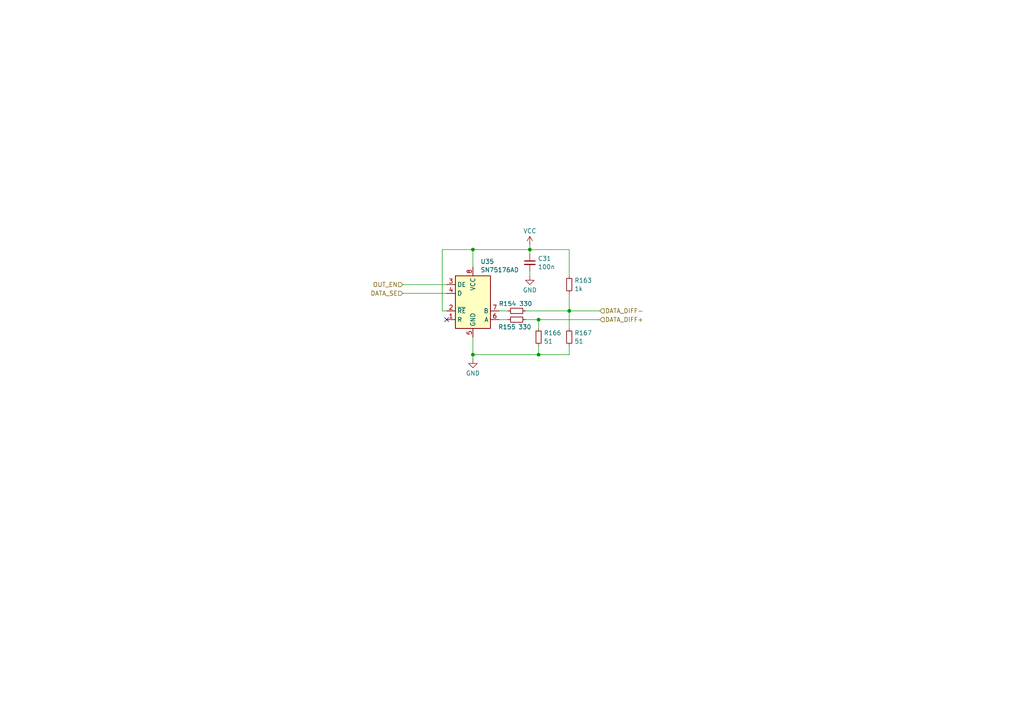
<source format=kicad_sch>
(kicad_sch (version 20230121) (generator eeschema)
  (paper "A4")
  (lib_symbols
    (symbol "Device:C_Small" (pin_numbers hide) (pin_names (offset 0.254) hide)
      (property "Reference" "C" (at 0.254 1.778 0))
      (property "Value" "C_Small" (at 0.254 -2.032 0))
      (symbol "C_Small_0_1"
        (polyline (pts (xy -1.524 -0.508) (xy 1.524 -0.508)) (stroke (width 0.3302)))
        (polyline (pts (xy -1.524 0.508) (xy 1.524 0.508)) (stroke (width 0.3048)))
      )
      (symbol "C_Small_1_1"
        (pin passive line (at 0 2.54 270) (length 2.032) (name "~") (number "1"))
        (pin passive line (at 0 -2.54 90) (length 2.032) (name "~") (number "2"))
      )
    )
    (symbol "Device:R_Small" (pin_numbers hide) (pin_names (offset 0.254) hide)
      (property "Reference" "R" (at 0.762 0.508 0))
      (property "Value" "R_Small" (at 0.762 -1.016 0))
      (symbol "R_Small_0_1"
        (rectangle (start -0.762 1.778) (end 0.762 -1.778) (stroke (width 0.2032)))
      )
      (symbol "R_Small_1_1"
        (pin passive line (at 0 2.54 270) (length 0.762) (name "~") (number "1"))
        (pin passive line (at 0 -2.54 90) (length 0.762) (name "~") (number "2"))
      )
    )
    (symbol "Interface_UART:SN75176AD"
      (property "Reference" "U" (at -4.318 8.89 0))
      (property "Value" "SN75176AD" (at 1.016 8.89 0))
      (symbol "SN75176AD_0_1"
        (rectangle (start -5.08 7.62) (end 5.08 -7.62) (stroke (width 0.254)) (fill (type background)))
      )
      (symbol "SN75176AD_1_1"
        (pin output line (at -7.62 -5.08 0) (length 2.54) (name "R") (number "1"))
        (pin input line (at -7.62 -2.54 0) (length 2.54) (name "~{RE}") (number "2"))
        (pin input line (at -7.62 5.08 0) (length 2.54) (name "DE") (number "3"))
        (pin input line (at -7.62 2.54 0) (length 2.54) (name "D") (number "4"))
        (pin power_in line (at 0 -10.16 90) (length 2.54) (name "GND") (number "5"))
        (pin bidirectional line (at 7.62 -5.08 180) (length 2.54) (name "A") (number "6"))
        (pin bidirectional line (at 7.62 -2.54 180) (length 2.54) (name "B") (number "7"))
        (pin power_in line (at 0 10.16 270) (length 2.54) (name "VCC") (number "8"))
      )
    )
    (symbol "power:GND" (power) (pin_names (offset 0))
      (property "Value" "GND" (at 0 -3.81 0))
      (symbol "GND_0_1"
        (polyline (pts (xy 0 0) (xy 0 -1.27) (xy 1.27 -1.27) (xy 0 -2.54) (xy -1.27 -1.27) (xy 0 -1.27)))
      )
      (symbol "GND_1_1"
        (pin power_in line (at 0 0 270) (length 0) hide (name "GND") (number "1"))
      )
    )
    (symbol "power:VCC" (power) (pin_names (offset 0))
      (property "Value" "VCC" (at 0 3.81 0))
      (symbol "VCC_0_1"
        (polyline (pts (xy -0.762 1.27) (xy 0 2.54)))
        (polyline (pts (xy 0 0) (xy 0 2.54)))
        (polyline (pts (xy 0 2.54) (xy 0.762 1.27)))
      )
      (symbol "VCC_1_1"
        (pin power_in line (at 0 0 90) (length 0) hide (name "VCC") (number "1"))
      )
    )
  )
  (junction (at 153.67 72.39))
  (junction (at 137.16 72.39))
  (junction (at 156.21 102.87))
  (junction (at 165.1 90.17))
  (junction (at 156.21 92.71))
  (junction (at 137.16 102.87))
  (no_connect (at 129.54 92.71))
  (wire (pts (xy 137.16 72.39) (xy 137.16 77.47)))
  (wire (pts (xy 153.67 72.39) (xy 153.67 73.66)))
  (wire (pts (xy 153.67 72.39) (xy 165.1 72.39)))
  (wire (pts (xy 156.21 92.71) (xy 156.21 95.25)))
  (wire (pts (xy 137.16 104.14) (xy 137.16 102.87)))
  (wire (pts (xy 152.4 90.17) (xy 165.1 90.17)))
  (wire (pts (xy 165.1 90.17) (xy 165.1 95.25)))
  (wire (pts (xy 156.21 100.33) (xy 156.21 102.87)))
  (wire (pts (xy 152.4 92.71) (xy 156.21 92.71)))
  (wire (pts (xy 137.16 102.87) (xy 156.21 102.87)))
  (wire (pts (xy 128.27 90.17) (xy 129.54 90.17)))
  (wire (pts (xy 153.67 78.74) (xy 153.67 80.01)))
  (wire (pts (xy 165.1 90.17) (xy 173.99 90.17)))
  (wire (pts (xy 153.67 72.39) (xy 137.16 72.39)))
  (wire (pts (xy 116.84 82.55) (xy 129.54 82.55)))
  (wire (pts (xy 144.78 90.17) (xy 147.32 90.17)))
  (wire (pts (xy 156.21 102.87) (xy 165.1 102.87)))
  (wire (pts (xy 165.1 85.09) (xy 165.1 90.17)))
  (wire (pts (xy 156.21 92.71) (xy 173.99 92.71)))
  (wire (pts (xy 153.67 71.12) (xy 153.67 72.39)))
  (wire (pts (xy 165.1 100.33) (xy 165.1 102.87)))
  (wire (pts (xy 128.27 72.39) (xy 137.16 72.39)))
  (wire (pts (xy 116.84 85.09) (xy 129.54 85.09)))
  (wire (pts (xy 137.16 97.79) (xy 137.16 102.87)))
  (wire (pts (xy 144.78 92.71) (xy 147.32 92.71)))
  (wire (pts (xy 128.27 72.39) (xy 128.27 90.17)))
  (wire (pts (xy 165.1 72.39) (xy 165.1 80.01)))
  (hierarchical_label "OUT_EN" (shape input) (at 116.84 82.55 180))
  (hierarchical_label "DATA_DIFF-" (shape input) (at 173.99 90.17 0))
  (hierarchical_label "DATA_DIFF+" (shape input) (at 173.99 92.71 0))
  (hierarchical_label "DATA_SE" (shape input) (at 116.84 85.09 180))
  (symbol (lib_id "power:VCC") (at 153.67 71.12 0) (unit 1)
    (property "Reference" "#PWR0107" (effects hide))
    (property "Value" "VCC" (at 153.67 66.9869 0))
    (instances (project "ipibitsy" (path "" (reference "#PWR0107") (unit 1)) (path "" (reference "#PWR02401") (unit 1)) (path "" (reference "#PWR02601") (unit 1)) (path "" (reference "#PWR02501") (unit 1)) (path "" (reference "#PWR0116") (unit 1)) (path "" (reference "#PWR089") (unit 1)) (path "" (reference "#PWR0110") (unit 1)) (path "" (reference "#PWR092") (unit 1)) (path "" (reference "#PWR095") (unit 1)) (path "" (reference "#PWR098") (unit 1)) (path "" (reference "#PWR0101") (unit 1)) (path "" (reference "#PWR0104") (unit 1)) (path "" (reference "#PWR0134") (unit 1)) (path "" (reference "#PWR083") (unit 1)) (path "" (reference "#PWR087") (unit 1)) (path "" (reference "#PWR0113") (unit 1)) (path "" (reference "#PWR0122") (unit 1)) (path "" (reference "#PWR0119") (unit 1)) (path "" (reference "#PWR0125") (unit 1)) (path "" (reference "#PWR0128") (unit 1)) (path "" (reference "#PWR0131") (unit 1)) (path "" (reference "#PWR02101") (unit 1)) (path "" (reference "#PWR0134") (unit 1)) (path "" (reference "#PWR0134") (unit 1))))
  )
  (symbol (lib_id "power:GND") (at 153.67 80.01 0) (unit 1)
    (property "Reference" "#PWR0108" (effects hide))
    (property "Value" "GND" (at 153.67 84.1431 0))
    (instances (project "ipibitsy" (path "" (reference "#PWR0108") (unit 1)) (path "" (reference "#PWR02402") (unit 1)) (path "" (reference "#PWR02602") (unit 1)) (path "" (reference "#PWR02502") (unit 1)) (path "" (reference "#PWR0117") (unit 1)) (path "" (reference "#PWR090") (unit 1)) (path "" (reference "#PWR0111") (unit 1)) (path "" (reference "#PWR093") (unit 1)) (path "" (reference "#PWR096") (unit 1)) (path "" (reference "#PWR099") (unit 1)) (path "" (reference "#PWR0102") (unit 1)) (path "" (reference "#PWR0105") (unit 1)) (path "" (reference "#PWR0135") (unit 1)) (path "" (reference "#PWR084") (unit 1)) (path "" (reference "#PWR088") (unit 1)) (path "" (reference "#PWR0114") (unit 1)) (path "" (reference "#PWR0123") (unit 1)) (path "" (reference "#PWR0120") (unit 1)) (path "" (reference "#PWR0126") (unit 1)) (path "" (reference "#PWR0129") (unit 1)) (path "" (reference "#PWR0132") (unit 1)) (path "" (reference "#PWR02102") (unit 1)) (path "" (reference "#PWR0135") (unit 1)) (path "" (reference "#PWR0135") (unit 1))))
  )
  (symbol (lib_id "Device:R_Small") (at 165.1 97.79 0) (unit 1)
    (property "Reference" "R167" (at 166.5986 96.5779 0) (effects (justify left)))
    (property "Value" "51" (at 166.5986 99.0021 0) (effects (justify left)))
    (property "Footprint" "Resistor_SMD:R_0603_1608Metric_Pad0.98x0.95mm_HandSolder" (effects hide))
    (instances (project "ipibitsy" (path "" (reference "R167") (unit 1)) (path "" (reference "R2405") (unit 1)) (path "" (reference "R2605") (unit 1)) (path "" (reference "R2505") (unit 1)) (path "" (reference "R182") (unit 1)) (path "" (reference "R137") (unit 1)) (path "" (reference "R172") (unit 1)) (path "" (reference "R142") (unit 1)) (path "" (reference "R147") (unit 1)) (path "" (reference "R152") (unit 1)) (path "" (reference "R157") (unit 1)) (path "" (reference "R162") (unit 1)) (path "" (reference "R212") (unit 1)) (path "" (reference "R127") (unit 1)) (path "" (reference "R131") (unit 1)) (path "" (reference "R177") (unit 1)) (path "" (reference "R192") (unit 1)) (path "" (reference "R187") (unit 1)) (path "" (reference "R197") (unit 1)) (path "" (reference "R202") (unit 1)) (path "" (reference "R207") (unit 1)) (path "" (reference "R2105") (unit 1)) (path "" (reference "R?") (unit 1)) (path "" (reference "R?") (unit 1))))
  )
  (symbol (lib_id "power:GND") (at 137.16 104.14 0) (unit 1)
    (property "Reference" "#PWR0109" (effects hide))
    (property "Value" "GND" (at 137.16 108.2731 0))
    (instances (project "ipibitsy" (path "" (reference "#PWR0109") (unit 1)) (path "" (reference "#PWR02403") (unit 1)) (path "" (reference "#PWR02603") (unit 1)) (path "" (reference "#PWR02503") (unit 1)) (path "" (reference "#PWR0118") (unit 1)) (path "" (reference "#PWR091") (unit 1)) (path "" (reference "#PWR0112") (unit 1)) (path "" (reference "#PWR094") (unit 1)) (path "" (reference "#PWR097") (unit 1)) (path "" (reference "#PWR0100") (unit 1)) (path "" (reference "#PWR0103") (unit 1)) (path "" (reference "#PWR0106") (unit 1)) (path "" (reference "#PWR0136") (unit 1)) (path "" (reference "#PWR085") (unit 1)) (path "" (reference "#PWR086") (unit 1)) (path "" (reference "#PWR0115") (unit 1)) (path "" (reference "#PWR0124") (unit 1)) (path "" (reference "#PWR0121") (unit 1)) (path "" (reference "#PWR0127") (unit 1)) (path "" (reference "#PWR0130") (unit 1)) (path "" (reference "#PWR0133") (unit 1)) (path "" (reference "#PWR02103") (unit 1)) (path "" (reference "#PWR0136") (unit 1)) (path "" (reference "#PWR0136") (unit 1))))
  )
  (symbol (lib_id "Device:R_Small") (at 149.86 92.71 90) (unit 1)
    (property "Reference" "R155" (at 147.0597 94.8391 90))
    (property "Value" "330" (at 152.1998 94.8391 90))
    (property "Footprint" "Resistor_SMD:R_0603_1608Metric_Pad0.98x0.95mm_HandSolder" (effects hide))
    (instances (project "ipibitsy" (path "" (reference "R155") (unit 1)) (path "" (reference "R2403") (unit 1)) (path "" (reference "R2603") (unit 1)) (path "" (reference "R2503") (unit 1)) (path "" (reference "R?") (unit 1)) (path "" (reference "R210") (unit 1)) (path "" (reference "R129") (unit 1)) (path "" (reference "R125") (unit 1)) (path "" (reference "R1") (unit 1)) (path "" (reference "R135") (unit 1)) (path "" (reference "R145") (unit 1)) (path "" (reference "R150") (unit 1)) (path "" (reference "R165") (unit 1)) (path "" (reference "R180") (unit 1)) (path "" (reference "R170") (unit 1)) (path "" (reference "R140") (unit 1)) (path "" (reference "R160") (unit 1)) (path "" (reference "R175") (unit 1)) (path "" (reference "R190") (unit 1)) (path "" (reference "R185") (unit 1)) (path "" (reference "R195") (unit 1)) (path "" (reference "R200") (unit 1)) (path "" (reference "R205") (unit 1)) (path "" (reference "R2103") (unit 1)) (path "" (reference "R?") (unit 1)) (path "" (reference "R?") (unit 1))))
  )
  (symbol (lib_id "Device:C_Small") (at 153.67 76.2 0) (unit 1)
    (property "Reference" "C31" (at 155.9941 74.9942 0) (effects (justify left)))
    (property "Value" "100n" (at 155.9941 77.4184 0) (effects (justify left)))
    (property "Footprint" "Capacitor_SMD:C_0603_1608Metric_Pad1.08x0.95mm_HandSolder" (effects hide))
    (instances (project "ipibitsy" (path "" (reference "C31") (unit 1)) (path "" (reference "C2401") (unit 1)) (path "" (reference "C2601") (unit 1)) (path "" (reference "C2501") (unit 1)) (path "" (reference "C?") (unit 1)) (path "" (reference "C42") (unit 1)) (path "" (reference "C26") (unit 1)) (path "" (reference "C25") (unit 1)) (path "" (reference "C2") (unit 1)) (path "" (reference "C27") (unit 1)) (path "" (reference "C29") (unit 1)) (path "" (reference "C30") (unit 1)) (path "" (reference "C33") (unit 1)) (path "" (reference "C36") (unit 1)) (path "" (reference "C34") (unit 1)) (path "" (reference "C28") (unit 1)) (path "" (reference "C32") (unit 1)) (path "" (reference "C35") (unit 1)) (path "" (reference "C38") (unit 1)) (path "" (reference "C37") (unit 1)) (path "" (reference "C39") (unit 1)) (path "" (reference "C40") (unit 1)) (path "" (reference "C41") (unit 1)) (path "" (reference "C2101") (unit 1)) (path "" (reference "C?") (unit 1)) (path "" (reference "C?") (unit 1))))
  )
  (symbol (lib_id "Interface_UART:SN75176AD") (at 137.16 87.63 0) (unit 1)
    (property "Reference" "U35" (at 139.3541 75.8657 0) (effects (justify left)))
    (property "Value" "SN75176AD" (at 139.3541 78.2899 0) (effects (justify left)))
    (property "Footprint" "Package_SO:SOIC-8_3.9x4.9mm_P1.27mm" (effects hide))
    (property "Datasheet" "http://www.ti.com/lit/ds/symlink/sn75176a.pdf" (effects hide))
    (instances (project "ipibitsy" (path "" (reference "U35") (unit 1)) (path "" (reference "U2401") (unit 1)) (path "" (reference "U2601") (unit 1)) (path "" (reference "U2501") (unit 1)) (path "" (reference "U38") (unit 1)) (path "" (reference "U29") (unit 1)) (path "" (reference "U36") (unit 1)) (path "" (reference "U30") (unit 1)) (path "" (reference "U31") (unit 1)) (path "" (reference "U32") (unit 1)) (path "" (reference "U33") (unit 1)) (path "" (reference "U34") (unit 1)) (path "" (reference "U44") (unit 1)) (path "" (reference "U27") (unit 1)) (path "" (reference "U28") (unit 1)) (path "" (reference "U37") (unit 1)) (path "" (reference "U40") (unit 1)) (path "" (reference "U39") (unit 1)) (path "" (reference "U41") (unit 1)) (path "" (reference "U42") (unit 1)) (path "" (reference "U43") (unit 1)) (path "" (reference "U2101") (unit 1)) (path "" (reference "U?") (unit 1)) (path "" (reference "U?") (unit 1))))
  )
  (symbol (lib_id "Device:R_Small") (at 165.1 82.55 0) (unit 1)
    (property "Reference" "R163" (at 166.5986 81.3379 0) (effects (justify left)))
    (property "Value" "1k" (at 166.5986 83.7621 0) (effects (justify left)))
    (property "Footprint" "Resistor_SMD:R_0603_1608Metric_Pad0.98x0.95mm_HandSolder" (effects hide))
    (instances (project "ipibitsy" (path "" (reference "R163") (unit 1)) (path "" (reference "R2401") (unit 1)) (path "" (reference "R2601") (unit 1)) (path "" (reference "R2501") (unit 1)) (path "" (reference "R178") (unit 1)) (path "" (reference "R133") (unit 1)) (path "" (reference "R168") (unit 1)) (path "" (reference "R138") (unit 1)) (path "" (reference "R143") (unit 1)) (path "" (reference "R148") (unit 1)) (path "" (reference "R153") (unit 1)) (path "" (reference "R158") (unit 1)) (path "" (reference "R208") (unit 1)) (path "" (reference "R123") (unit 1)) (path "" (reference "R132") (unit 1)) (path "" (reference "R173") (unit 1)) (path "" (reference "R188") (unit 1)) (path "" (reference "R183") (unit 1)) (path "" (reference "R193") (unit 1)) (path "" (reference "R198") (unit 1)) (path "" (reference "R203") (unit 1)) (path "" (reference "R2101") (unit 1)) (path "" (reference "R?") (unit 1)) (path "" (reference "R?") (unit 1))))
  )
  (symbol (lib_id "Device:R_Small") (at 156.21 97.79 0) (unit 1)
    (property "Reference" "R166" (at 157.7086 96.5779 0) (effects (justify left)))
    (property "Value" "51" (at 157.7086 99.0021 0) (effects (justify left)))
    (property "Footprint" "Resistor_SMD:R_0603_1608Metric_Pad0.98x0.95mm_HandSolder" (effects hide))
    (instances (project "ipibitsy" (path "" (reference "R166") (unit 1)) (path "" (reference "R2404") (unit 1)) (path "" (reference "R2604") (unit 1)) (path "" (reference "R2504") (unit 1)) (path "" (reference "R181") (unit 1)) (path "" (reference "R136") (unit 1)) (path "" (reference "R171") (unit 1)) (path "" (reference "R141") (unit 1)) (path "" (reference "R146") (unit 1)) (path "" (reference "R151") (unit 1)) (path "" (reference "R156") (unit 1)) (path "" (reference "R161") (unit 1)) (path "" (reference "R211") (unit 1)) (path "" (reference "R126") (unit 1)) (path "" (reference "R130") (unit 1)) (path "" (reference "R176") (unit 1)) (path "" (reference "R191") (unit 1)) (path "" (reference "R186") (unit 1)) (path "" (reference "R196") (unit 1)) (path "" (reference "R201") (unit 1)) (path "" (reference "R206") (unit 1)) (path "" (reference "R2104") (unit 1)) (path "" (reference "R?") (unit 1)) (path "" (reference "R?") (unit 1))))
  )
  (symbol (lib_id "Device:R_Small") (at 149.86 90.17 90) (unit 1)
    (property "Reference" "R154" (at 147.2167 88.0904 90))
    (property "Value" "330" (at 152.4744 88.0904 90))
    (property "Footprint" "Resistor_SMD:R_0603_1608Metric_Pad0.98x0.95mm_HandSolder" (effects hide))
    (instances (project "ipibitsy" (path "" (reference "R154") (unit 1)) (path "" (reference "R2402") (unit 1)) (path "" (reference "R2602") (unit 1)) (path "" (reference "R2502") (unit 1)) (path "" (reference "R?") (unit 1)) (path "" (reference "R209") (unit 1)) (path "" (reference "R128") (unit 1)) (path "" (reference "R124") (unit 1)) (path "" (reference "R1") (unit 1)) (path "" (reference "R134") (unit 1)) (path "" (reference "R144") (unit 1)) (path "" (reference "R149") (unit 1)) (path "" (reference "R164") (unit 1)) (path "" (reference "R179") (unit 1)) (path "" (reference "R169") (unit 1)) (path "" (reference "R139") (unit 1)) (path "" (reference "R159") (unit 1)) (path "" (reference "R174") (unit 1)) (path "" (reference "R189") (unit 1)) (path "" (reference "R184") (unit 1)) (path "" (reference "R194") (unit 1)) (path "" (reference "R199") (unit 1)) (path "" (reference "R204") (unit 1)) (path "" (reference "R2102") (unit 1)) (path "" (reference "R?") (unit 1)) (path "" (reference "R?") (unit 1))))
  )
)
</source>
